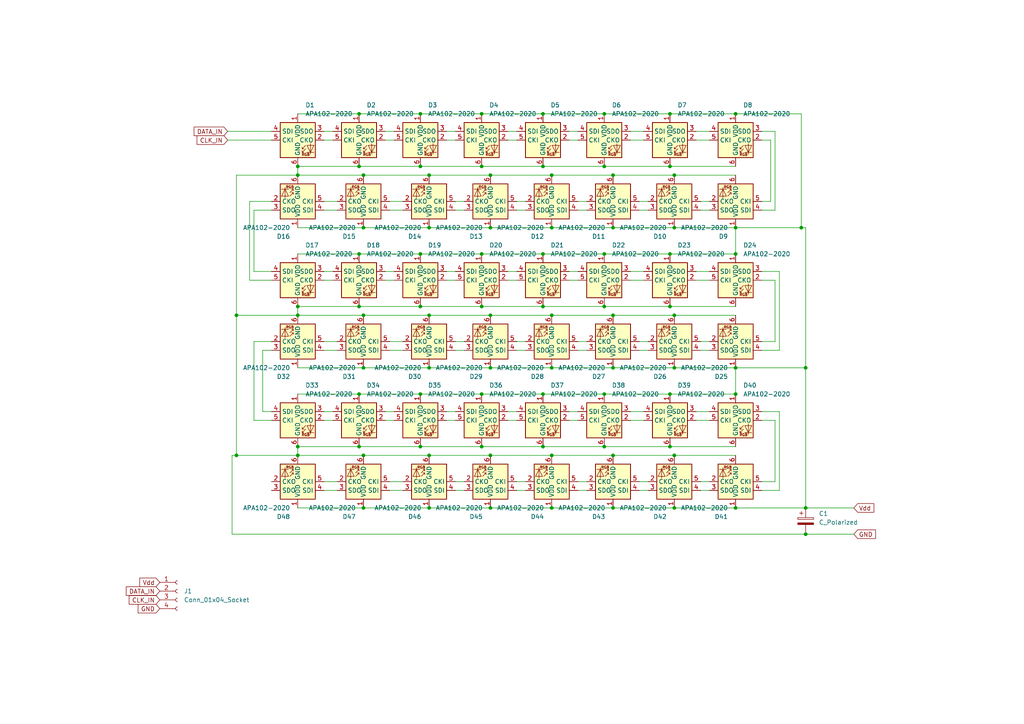
<source format=kicad_sch>
(kicad_sch (version 20230121) (generator eeschema)
  (paper "A4")
  (lib_symbols
    (symbol "Connector:Conn_01x04_Socket" (pin_names (offset 1.016) hide)
      (property "Reference" "J" (at 0 5.08 0))
      (property "Value" "Conn_01x04_Socket" (at 0 -7.62 0))
      (symbol "Conn_01x04_Socket_1_1"
        (arc (start 0 -4.572) (mid -0.5058 -5.08) (end 0 -5.588) (stroke (width 0.1524)))
        (arc (start 0 -2.032) (mid -0.5058 -2.54) (end 0 -3.048) (stroke (width 0.1524)))
        (polyline (pts (xy -1.27 -5.08) (xy -0.508 -5.08)) (stroke (width 0.1524)))
        (polyline (pts (xy -1.27 -2.54) (xy -0.508 -2.54)) (stroke (width 0.1524)))
        (polyline (pts (xy -1.27 0) (xy -0.508 0)) (stroke (width 0.1524)))
        (polyline (pts (xy -1.27 2.54) (xy -0.508 2.54)) (stroke (width 0.1524)))
        (arc (start 0 0.508) (mid -0.5058 0) (end 0 -0.508) (stroke (width 0.1524)))
        (arc (start 0 3.048) (mid -0.5058 2.54) (end 0 2.032) (stroke (width 0.1524)))
        (pin passive line (at -5.08 2.54 0) (length 3.81) (name "Pin_1") (number "1"))
        (pin passive line (at -5.08 0 0) (length 3.81) (name "Pin_2") (number "2"))
        (pin passive line (at -5.08 -2.54 0) (length 3.81) (name "Pin_3") (number "3"))
        (pin passive line (at -5.08 -5.08 0) (length 3.81) (name "Pin_4") (number "4"))
      )
    )
    (symbol "Device:C_Polarized" (pin_numbers hide) (pin_names (offset 0.254))
      (property "Reference" "C" (at 0.635 2.54 0))
      (property "Value" "C_Polarized" (at 0.635 -2.54 0))
      (symbol "C_Polarized_0_1"
        (rectangle (start -2.286 0.508) (end 2.286 1.016))
        (polyline (pts (xy -1.778 2.286) (xy -0.762 2.286)))
        (polyline (pts (xy -1.27 2.794) (xy -1.27 1.778)))
        (rectangle (start 2.286 -0.508) (end -2.286 -1.016) (fill (type outline)))
      )
      (symbol "C_Polarized_1_1"
        (pin passive line (at 0 3.81 270) (length 2.794) (name "~") (number "1"))
        (pin passive line (at 0 -3.81 90) (length 2.794) (name "~") (number "2"))
      )
    )
    (symbol "LED:APA102-2020"
      (property "Reference" "D" (at 5.08 5.715 0))
      (property "Value" "APA102-2020" (at 1.27 -5.715 0))
      (symbol "APA102-2020_0_0"
        (text "RGB" (at 2.286 -4.191 0) (effects (font (size 0.762 0.762))))
      )
      (symbol "APA102-2020_0_1"
        (polyline (pts (xy 1.27 -3.556) (xy 1.778 -3.556)))
        (polyline (pts (xy 1.27 -2.54) (xy 1.778 -2.54)))
        (polyline (pts (xy 4.699 -3.556) (xy 2.667 -3.556)))
        (polyline (pts (xy 2.286 -2.54) (xy 1.27 -3.556) (xy 1.27 -3.048)))
        (polyline (pts (xy 2.286 -1.524) (xy 1.27 -2.54) (xy 1.27 -2.032)))
        (polyline (pts (xy 3.683 -1.016) (xy 3.683 -3.556) (xy 3.683 -4.064)))
        (polyline (pts (xy 4.699 -1.524) (xy 2.667 -1.524) (xy 3.683 -3.556) (xy 4.699 -1.524)))
        (rectangle (start 5.08 5.08) (end -5.08 -5.08) (stroke (width 0.254)) (fill (type background)))
      )
      (symbol "APA102-2020_1_1"
        (pin power_in line (at 0 7.62 270) (length 2.54) (name "VDD") (number "1"))
        (pin output line (at 7.62 0 180) (length 2.54) (name "CKO") (number "2"))
        (pin output line (at 7.62 2.54 180) (length 2.54) (name "SDO") (number "3"))
        (pin input line (at -7.62 2.54 0) (length 2.54) (name "SDI") (number "4"))
        (pin input line (at -7.62 0 0) (length 2.54) (name "CKI") (number "5"))
        (pin power_in line (at 0 -7.62 90) (length 2.54) (name "GND") (number "6"))
      )
    )
  )
  (junction (at 142.24 50.8))
  (junction (at 104.14 33.02))
  (junction (at 195.58 106.68))
  (junction (at 177.8 91.44))
  (junction (at 157.48 48.26))
  (junction (at 105.41 91.44))
  (junction (at 86.36 132.08))
  (junction (at 86.36 48.26))
  (junction (at 142.24 106.68))
  (junction (at 104.14 129.54))
  (junction (at 175.26 33.02))
  (junction (at 121.92 129.54))
  (junction (at 175.26 129.54))
  (junction (at 139.7 114.3))
  (junction (at 124.46 91.44))
  (junction (at 213.36 106.68))
  (junction (at 177.8 66.04))
  (junction (at 121.92 88.9))
  (junction (at 157.48 33.02))
  (junction (at 177.8 132.08))
  (junction (at 194.31 129.54))
  (junction (at 105.41 106.68))
  (junction (at 233.68 154.94))
  (junction (at 139.7 33.02))
  (junction (at 142.24 66.04))
  (junction (at 142.24 132.08))
  (junction (at 213.36 114.3))
  (junction (at 233.68 106.68))
  (junction (at 175.26 114.3))
  (junction (at 124.46 66.04))
  (junction (at 86.36 129.54))
  (junction (at 86.36 88.9))
  (junction (at 160.02 106.68))
  (junction (at 157.48 73.66))
  (junction (at 213.36 73.66))
  (junction (at 160.02 50.8))
  (junction (at 105.41 147.32))
  (junction (at 177.8 106.68))
  (junction (at 104.14 88.9))
  (junction (at 195.58 132.08))
  (junction (at 160.02 147.32))
  (junction (at 195.58 147.32))
  (junction (at 124.46 50.8))
  (junction (at 104.14 114.3))
  (junction (at 175.26 88.9))
  (junction (at 104.14 73.66))
  (junction (at 157.48 88.9))
  (junction (at 194.31 88.9))
  (junction (at 142.24 147.32))
  (junction (at 121.92 48.26))
  (junction (at 68.58 91.44))
  (junction (at 105.41 50.8))
  (junction (at 160.02 91.44))
  (junction (at 121.92 73.66))
  (junction (at 121.92 114.3))
  (junction (at 194.31 33.02))
  (junction (at 194.31 114.3))
  (junction (at 86.36 91.44))
  (junction (at 139.7 73.66))
  (junction (at 157.48 129.54))
  (junction (at 68.58 132.08))
  (junction (at 160.02 132.08))
  (junction (at 139.7 129.54))
  (junction (at 213.36 66.04))
  (junction (at 124.46 132.08))
  (junction (at 124.46 147.32))
  (junction (at 86.36 50.8))
  (junction (at 232.41 66.04))
  (junction (at 177.8 50.8))
  (junction (at 160.02 66.04))
  (junction (at 121.92 33.02))
  (junction (at 142.24 91.44))
  (junction (at 195.58 50.8))
  (junction (at 194.31 48.26))
  (junction (at 177.8 147.32))
  (junction (at 104.14 48.26))
  (junction (at 195.58 91.44))
  (junction (at 124.46 106.68))
  (junction (at 233.68 147.32))
  (junction (at 175.26 73.66))
  (junction (at 105.41 132.08))
  (junction (at 139.7 88.9))
  (junction (at 105.41 66.04))
  (junction (at 175.26 48.26))
  (junction (at 195.58 66.04))
  (junction (at 139.7 48.26))
  (junction (at 157.48 114.3))
  (junction (at 194.31 73.66))
  (junction (at 213.36 147.32))
  (junction (at 213.36 33.02))
  (wire (pts (xy 157.48 88.9) (xy 175.26 88.9)))
  (wire (pts (xy 175.26 114.3) (xy 157.48 114.3)))
  (wire (pts (xy 113.03 101.6) (xy 116.84 101.6)))
  (wire (pts (xy 124.46 132.08) (xy 142.24 132.08)))
  (wire (pts (xy 121.92 48.26) (xy 139.7 48.26)))
  (wire (pts (xy 129.54 78.74) (xy 132.08 78.74)))
  (wire (pts (xy 194.31 33.02) (xy 213.36 33.02)))
  (wire (pts (xy 167.64 139.7) (xy 170.18 139.7)))
  (wire (pts (xy 147.32 78.74) (xy 149.86 78.74)))
  (wire (pts (xy 93.98 119.38) (xy 96.52 119.38)))
  (wire (pts (xy 132.08 58.42) (xy 134.62 58.42)))
  (wire (pts (xy 224.79 38.1) (xy 224.79 60.96)))
  (wire (pts (xy 93.98 142.24) (xy 97.79 142.24)))
  (wire (pts (xy 194.31 73.66) (xy 213.36 73.66)))
  (wire (pts (xy 147.32 38.1) (xy 149.86 38.1)))
  (wire (pts (xy 111.76 38.1) (xy 114.3 38.1)))
  (wire (pts (xy 78.74 58.42) (xy 72.39 58.42)))
  (wire (pts (xy 142.24 106.68) (xy 160.02 106.68)))
  (wire (pts (xy 86.36 88.9) (xy 86.36 91.44)))
  (wire (pts (xy 220.98 81.28) (xy 224.79 81.28)))
  (wire (pts (xy 139.7 129.54) (xy 157.48 129.54)))
  (wire (pts (xy 93.98 58.42) (xy 97.79 58.42)))
  (wire (pts (xy 201.93 81.28) (xy 205.74 81.28)))
  (wire (pts (xy 67.31 132.08) (xy 68.58 132.08)))
  (wire (pts (xy 175.26 129.54) (xy 194.31 129.54)))
  (wire (pts (xy 105.41 132.08) (xy 124.46 132.08)))
  (wire (pts (xy 226.06 119.38) (xy 226.06 142.24)))
  (wire (pts (xy 201.93 40.64) (xy 205.74 40.64)))
  (wire (pts (xy 132.08 142.24) (xy 134.62 142.24)))
  (wire (pts (xy 129.54 40.64) (xy 132.08 40.64)))
  (wire (pts (xy 86.36 50.8) (xy 105.41 50.8)))
  (wire (pts (xy 129.54 38.1) (xy 132.08 38.1)))
  (wire (pts (xy 73.66 99.06) (xy 73.66 121.92)))
  (wire (pts (xy 93.98 101.6) (xy 97.79 101.6)))
  (wire (pts (xy 165.1 40.64) (xy 167.64 40.64)))
  (wire (pts (xy 220.98 78.74) (xy 226.06 78.74)))
  (wire (pts (xy 185.42 139.7) (xy 187.96 139.7)))
  (wire (pts (xy 157.48 114.3) (xy 139.7 114.3)))
  (wire (pts (xy 78.74 78.74) (xy 73.66 78.74)))
  (wire (pts (xy 104.14 114.3) (xy 86.36 114.3)))
  (wire (pts (xy 149.86 142.24) (xy 152.4 142.24)))
  (wire (pts (xy 142.24 147.32) (xy 160.02 147.32)))
  (wire (pts (xy 213.36 66.04) (xy 213.36 73.66)))
  (wire (pts (xy 104.14 129.54) (xy 121.92 129.54)))
  (wire (pts (xy 175.26 48.26) (xy 194.31 48.26)))
  (wire (pts (xy 132.08 60.96) (xy 134.62 60.96)))
  (wire (pts (xy 195.58 66.04) (xy 213.36 66.04)))
  (wire (pts (xy 93.98 38.1) (xy 96.52 38.1)))
  (wire (pts (xy 139.7 33.02) (xy 157.48 33.02)))
  (wire (pts (xy 86.36 33.02) (xy 104.14 33.02)))
  (wire (pts (xy 139.7 114.3) (xy 121.92 114.3)))
  (wire (pts (xy 182.88 81.28) (xy 186.69 81.28)))
  (wire (pts (xy 223.52 40.64) (xy 223.52 58.42)))
  (wire (pts (xy 233.68 147.32) (xy 247.65 147.32)))
  (wire (pts (xy 129.54 119.38) (xy 132.08 119.38)))
  (wire (pts (xy 157.48 33.02) (xy 175.26 33.02)))
  (wire (pts (xy 220.98 119.38) (xy 226.06 119.38)))
  (wire (pts (xy 201.93 38.1) (xy 205.74 38.1)))
  (wire (pts (xy 220.98 121.92) (xy 224.79 121.92)))
  (wire (pts (xy 226.06 78.74) (xy 226.06 101.6)))
  (wire (pts (xy 149.86 58.42) (xy 152.4 58.42)))
  (wire (pts (xy 149.86 60.96) (xy 152.4 60.96)))
  (wire (pts (xy 113.03 99.06) (xy 116.84 99.06)))
  (wire (pts (xy 86.36 129.54) (xy 104.14 129.54)))
  (wire (pts (xy 121.92 33.02) (xy 139.7 33.02)))
  (wire (pts (xy 111.76 40.64) (xy 114.3 40.64)))
  (wire (pts (xy 233.68 154.94) (xy 247.65 154.94)))
  (wire (pts (xy 139.7 88.9) (xy 157.48 88.9)))
  (wire (pts (xy 142.24 132.08) (xy 160.02 132.08)))
  (wire (pts (xy 177.8 66.04) (xy 195.58 66.04)))
  (wire (pts (xy 73.66 60.96) (xy 78.74 60.96)))
  (wire (pts (xy 175.26 88.9) (xy 194.31 88.9)))
  (wire (pts (xy 177.8 106.68) (xy 195.58 106.68)))
  (wire (pts (xy 233.68 147.32) (xy 233.68 106.68)))
  (wire (pts (xy 182.88 78.74) (xy 186.69 78.74)))
  (wire (pts (xy 142.24 50.8) (xy 160.02 50.8)))
  (wire (pts (xy 147.32 40.64) (xy 149.86 40.64)))
  (wire (pts (xy 160.02 132.08) (xy 177.8 132.08)))
  (wire (pts (xy 111.76 81.28) (xy 114.3 81.28)))
  (wire (pts (xy 139.7 48.26) (xy 157.48 48.26)))
  (wire (pts (xy 160.02 50.8) (xy 177.8 50.8)))
  (wire (pts (xy 124.46 50.8) (xy 142.24 50.8)))
  (wire (pts (xy 165.1 121.92) (xy 167.64 121.92)))
  (wire (pts (xy 68.58 91.44) (xy 68.58 132.08)))
  (wire (pts (xy 67.31 154.94) (xy 67.31 132.08)))
  (wire (pts (xy 203.2 60.96) (xy 205.74 60.96)))
  (wire (pts (xy 93.98 40.64) (xy 96.52 40.64)))
  (wire (pts (xy 194.31 114.3) (xy 175.26 114.3)))
  (wire (pts (xy 72.39 58.42) (xy 72.39 81.28)))
  (wire (pts (xy 86.36 66.04) (xy 105.41 66.04)))
  (wire (pts (xy 220.98 40.64) (xy 223.52 40.64)))
  (wire (pts (xy 182.88 121.92) (xy 186.69 121.92)))
  (wire (pts (xy 185.42 60.96) (xy 187.96 60.96)))
  (wire (pts (xy 226.06 142.24) (xy 220.98 142.24)))
  (wire (pts (xy 142.24 66.04) (xy 160.02 66.04)))
  (wire (pts (xy 86.36 50.8) (xy 68.58 50.8)))
  (wire (pts (xy 93.98 99.06) (xy 97.79 99.06)))
  (wire (pts (xy 201.93 119.38) (xy 205.74 119.38)))
  (wire (pts (xy 195.58 147.32) (xy 213.36 147.32)))
  (wire (pts (xy 105.41 66.04) (xy 124.46 66.04)))
  (wire (pts (xy 86.36 48.26) (xy 104.14 48.26)))
  (wire (pts (xy 121.92 114.3) (xy 104.14 114.3)))
  (wire (pts (xy 177.8 91.44) (xy 195.58 91.44)))
  (wire (pts (xy 105.41 106.68) (xy 124.46 106.68)))
  (wire (pts (xy 86.36 88.9) (xy 104.14 88.9)))
  (wire (pts (xy 185.42 99.06) (xy 187.96 99.06)))
  (wire (pts (xy 223.52 58.42) (xy 220.98 58.42)))
  (wire (pts (xy 213.36 114.3) (xy 194.31 114.3)))
  (wire (pts (xy 78.74 99.06) (xy 73.66 99.06)))
  (wire (pts (xy 194.31 48.26) (xy 213.36 48.26)))
  (wire (pts (xy 86.36 129.54) (xy 86.36 132.08)))
  (wire (pts (xy 93.98 121.92) (xy 96.52 121.92)))
  (wire (pts (xy 104.14 73.66) (xy 121.92 73.66)))
  (wire (pts (xy 124.46 106.68) (xy 142.24 106.68)))
  (wire (pts (xy 86.36 132.08) (xy 105.41 132.08)))
  (wire (pts (xy 213.36 147.32) (xy 233.68 147.32)))
  (wire (pts (xy 86.36 91.44) (xy 105.41 91.44)))
  (wire (pts (xy 68.58 132.08) (xy 86.36 132.08)))
  (wire (pts (xy 224.79 81.28) (xy 224.79 99.06)))
  (wire (pts (xy 195.58 50.8) (xy 213.36 50.8)))
  (wire (pts (xy 224.79 121.92) (xy 224.79 139.7)))
  (wire (pts (xy 147.32 121.92) (xy 149.86 121.92)))
  (wire (pts (xy 165.1 81.28) (xy 167.64 81.28)))
  (wire (pts (xy 182.88 119.38) (xy 186.69 119.38)))
  (wire (pts (xy 226.06 101.6) (xy 220.98 101.6)))
  (wire (pts (xy 233.68 66.04) (xy 232.41 66.04)))
  (wire (pts (xy 177.8 50.8) (xy 195.58 50.8)))
  (wire (pts (xy 182.88 38.1) (xy 186.69 38.1)))
  (wire (pts (xy 167.64 142.24) (xy 170.18 142.24)))
  (wire (pts (xy 72.39 81.28) (xy 78.74 81.28)))
  (wire (pts (xy 224.79 139.7) (xy 220.98 139.7)))
  (wire (pts (xy 66.04 38.1) (xy 78.74 38.1)))
  (wire (pts (xy 111.76 78.74) (xy 114.3 78.74)))
  (wire (pts (xy 220.98 38.1) (xy 224.79 38.1)))
  (wire (pts (xy 203.2 101.6) (xy 205.74 101.6)))
  (wire (pts (xy 203.2 58.42) (xy 205.74 58.42)))
  (wire (pts (xy 86.36 48.26) (xy 86.36 50.8)))
  (wire (pts (xy 194.31 88.9) (xy 213.36 88.9)))
  (wire (pts (xy 203.2 99.06) (xy 205.74 99.06)))
  (wire (pts (xy 124.46 91.44) (xy 142.24 91.44)))
  (wire (pts (xy 73.66 121.92) (xy 78.74 121.92)))
  (wire (pts (xy 149.86 139.7) (xy 152.4 139.7)))
  (wire (pts (xy 86.36 147.32) (xy 105.41 147.32)))
  (wire (pts (xy 76.2 101.6) (xy 76.2 119.38)))
  (wire (pts (xy 177.8 132.08) (xy 195.58 132.08)))
  (wire (pts (xy 201.93 121.92) (xy 205.74 121.92)))
  (wire (pts (xy 111.76 119.38) (xy 114.3 119.38)))
  (wire (pts (xy 104.14 88.9) (xy 121.92 88.9)))
  (wire (pts (xy 104.14 33.02) (xy 121.92 33.02)))
  (wire (pts (xy 93.98 139.7) (xy 97.79 139.7)))
  (wire (pts (xy 185.42 58.42) (xy 187.96 58.42)))
  (wire (pts (xy 233.68 106.68) (xy 233.68 66.04)))
  (wire (pts (xy 129.54 121.92) (xy 132.08 121.92)))
  (wire (pts (xy 167.64 60.96) (xy 170.18 60.96)))
  (wire (pts (xy 139.7 73.66) (xy 157.48 73.66)))
  (wire (pts (xy 105.41 147.32) (xy 124.46 147.32)))
  (wire (pts (xy 182.88 40.64) (xy 186.69 40.64)))
  (wire (pts (xy 86.36 106.68) (xy 105.41 106.68)))
  (wire (pts (xy 124.46 147.32) (xy 142.24 147.32)))
  (wire (pts (xy 129.54 81.28) (xy 132.08 81.28)))
  (wire (pts (xy 213.36 33.02) (xy 232.41 33.02)))
  (wire (pts (xy 113.03 58.42) (xy 116.84 58.42)))
  (wire (pts (xy 160.02 91.44) (xy 177.8 91.44)))
  (wire (pts (xy 93.98 60.96) (xy 97.79 60.96)))
  (wire (pts (xy 195.58 91.44) (xy 213.36 91.44)))
  (wire (pts (xy 124.46 66.04) (xy 142.24 66.04)))
  (wire (pts (xy 194.31 129.54) (xy 213.36 129.54)))
  (wire (pts (xy 93.98 81.28) (xy 96.52 81.28)))
  (wire (pts (xy 167.64 101.6) (xy 170.18 101.6)))
  (wire (pts (xy 142.24 91.44) (xy 160.02 91.44)))
  (wire (pts (xy 104.14 48.26) (xy 121.92 48.26)))
  (wire (pts (xy 157.48 73.66) (xy 175.26 73.66)))
  (wire (pts (xy 147.32 81.28) (xy 149.86 81.28)))
  (wire (pts (xy 195.58 106.68) (xy 213.36 106.68)))
  (wire (pts (xy 165.1 119.38) (xy 167.64 119.38)))
  (wire (pts (xy 177.8 147.32) (xy 195.58 147.32)))
  (wire (pts (xy 185.42 142.24) (xy 187.96 142.24)))
  (wire (pts (xy 76.2 119.38) (xy 78.74 119.38)))
  (wire (pts (xy 86.36 73.66) (xy 104.14 73.66)))
  (wire (pts (xy 201.93 78.74) (xy 205.74 78.74)))
  (wire (pts (xy 160.02 147.32) (xy 177.8 147.32)))
  (wire (pts (xy 203.2 139.7) (xy 205.74 139.7)))
  (wire (pts (xy 213.36 106.68) (xy 233.68 106.68)))
  (wire (pts (xy 147.32 119.38) (xy 149.86 119.38)))
  (wire (pts (xy 66.04 40.64) (xy 78.74 40.64)))
  (wire (pts (xy 132.08 99.06) (xy 134.62 99.06)))
  (wire (pts (xy 185.42 101.6) (xy 187.96 101.6)))
  (wire (pts (xy 232.41 33.02) (xy 232.41 66.04)))
  (wire (pts (xy 113.03 142.24) (xy 116.84 142.24)))
  (wire (pts (xy 149.86 101.6) (xy 152.4 101.6)))
  (wire (pts (xy 132.08 101.6) (xy 134.62 101.6)))
  (wire (pts (xy 175.26 73.66) (xy 194.31 73.66)))
  (wire (pts (xy 165.1 38.1) (xy 167.64 38.1)))
  (wire (pts (xy 175.26 33.02) (xy 194.31 33.02)))
  (wire (pts (xy 68.58 91.44) (xy 86.36 91.44)))
  (wire (pts (xy 105.41 50.8) (xy 124.46 50.8)))
  (wire (pts (xy 68.58 50.8) (xy 68.58 91.44)))
  (wire (pts (xy 224.79 60.96) (xy 220.98 60.96)))
  (wire (pts (xy 111.76 121.92) (xy 114.3 121.92)))
  (wire (pts (xy 224.79 99.06) (xy 220.98 99.06)))
  (wire (pts (xy 195.58 132.08) (xy 213.36 132.08)))
  (wire (pts (xy 160.02 66.04) (xy 177.8 66.04)))
  (wire (pts (xy 105.41 91.44) (xy 124.46 91.44)))
  (wire (pts (xy 213.36 106.68) (xy 213.36 114.3)))
  (wire (pts (xy 113.03 139.7) (xy 116.84 139.7)))
  (wire (pts (xy 232.41 66.04) (xy 213.36 66.04)))
  (wire (pts (xy 157.48 129.54) (xy 175.26 129.54)))
  (wire (pts (xy 121.92 129.54) (xy 139.7 129.54)))
  (wire (pts (xy 167.64 99.06) (xy 170.18 99.06)))
  (wire (pts (xy 149.86 99.06) (xy 152.4 99.06)))
  (wire (pts (xy 73.66 78.74) (xy 73.66 60.96)))
  (wire (pts (xy 157.48 48.26) (xy 175.26 48.26)))
  (wire (pts (xy 121.92 88.9) (xy 139.7 88.9)))
  (wire (pts (xy 67.31 154.94) (xy 233.68 154.94)))
  (wire (pts (xy 121.92 73.66) (xy 139.7 73.66)))
  (wire (pts (xy 78.74 101.6) (xy 76.2 101.6)))
  (wire (pts (xy 165.1 78.74) (xy 167.64 78.74)))
  (wire (pts (xy 113.03 60.96) (xy 116.84 60.96)))
  (wire (pts (xy 93.98 78.74) (xy 96.52 78.74)))
  (wire (pts (xy 132.08 139.7) (xy 134.62 139.7)))
  (wire (pts (xy 160.02 106.68) (xy 177.8 106.68)))
  (wire (pts (xy 167.64 58.42) (xy 170.18 58.42)))
  (wire (pts (xy 203.2 142.24) (xy 205.74 142.24)))
  (global_label "GND" (shape input) (at 46.355 176.53 180) (property "Intersheetrefs" "${INTERSHEET_REFS}" (effects hide)))
  (global_label "Vdd" (shape input) (at 46.355 168.91 180) (property "Intersheetrefs" "${INTERSHEET_REFS}" (effects hide)))
  (global_label "CLK_IN" (shape input) (at 46.355 173.99 180) (property "Intersheetrefs" "${INTERSHEET_REFS}" (effects hide)))
  (global_label "DATA_IN" (shape input) (at 66.04 38.1 180) (property "Intersheetrefs" "${INTERSHEET_REFS}" (effects hide)))
  (global_label "CLK_IN" (shape input) (at 66.04 40.64 180) (property "Intersheetrefs" "${INTERSHEET_REFS}" (effects hide)))
  (global_label "DATA_IN" (shape input) (at 46.355 171.45 180) (property "Intersheetrefs" "${INTERSHEET_REFS}" (effects hide)))
  (global_label "Vdd" (shape input) (at 247.65 147.32 0) (property "Intersheetrefs" "${INTERSHEET_REFS}" (effects hide)))
  (global_label "GND" (shape input) (at 247.65 154.94 0) (property "Intersheetrefs" "${INTERSHEET_REFS}" (effects hide)))
  (symbol (lib_id "LED:APA102-2020") (at 139.7 121.92 0) (unit 1)
    (property "Reference" "D36" (at 141.8941 111.76 0) (effects (justify left)))
    (property "Value" "APA102-2020" (at 141.8941 114.3 0) (effects (justify left)))
    (property "Footprint" "LED_SMD:LED-APA102-2020" (effects hide))
    (property "Datasheet" "http://www.led-color.com/upload/201604/APA102-2020%20SMD%20LED.pdf" (effects hide))
  )
  (symbol (lib_id "LED:APA102-2020") (at 124.46 58.42 180) (unit 1)
    (property "Reference" "D14" (at 122.2659 68.58 0) (effects (justify left)))
    (property "Value" "APA102-2020" (at 122.2659 66.04 0) (effects (justify left)))
    (property "Footprint" "LED_SMD:LED-APA102-2020" (effects hide))
    (property "Datasheet" "http://www.led-color.com/upload/201604/APA102-2020%20SMD%20LED.pdf" (effects hide))
  )
  (symbol (lib_id "LED:APA102-2020") (at 86.36 99.06 180) (unit 1)
    (property "Reference" "D32" (at 84.1659 109.22 0) (effects (justify left)))
    (property "Value" "APA102-2020" (at 84.1659 106.68 0) (effects (justify left)))
    (property "Footprint" "LED_SMD:LED-APA102-2020" (effects hide))
    (property "Datasheet" "http://www.led-color.com/upload/201604/APA102-2020%20SMD%20LED.pdf" (effects hide))
  )
  (symbol (lib_id "LED:APA102-2020") (at 213.36 58.42 180) (unit 1)
    (property "Reference" "D9" (at 211.1659 68.58 0) (effects (justify left)))
    (property "Value" "APA102-2020" (at 211.1659 66.04 0) (effects (justify left)))
    (property "Footprint" "LED_SMD:LED-APA102-2020" (effects hide))
    (property "Datasheet" "http://www.led-color.com/upload/201604/APA102-2020%20SMD%20LED.pdf" (effects hide))
  )
  (symbol (lib_id "LED:APA102-2020") (at 121.92 121.92 0) (unit 1)
    (property "Reference" "D35" (at 124.1141 111.76 0) (effects (justify left)))
    (property "Value" "APA102-2020" (at 124.1141 114.3 0) (effects (justify left)))
    (property "Footprint" "LED_SMD:LED-APA102-2020" (effects hide))
    (property "Datasheet" "http://www.led-color.com/upload/201604/APA102-2020%20SMD%20LED.pdf" (effects hide))
  )
  (symbol (lib_id "LED:APA102-2020") (at 175.26 40.64 0) (unit 1)
    (property "Reference" "D6" (at 177.4541 30.48 0) (effects (justify left)))
    (property "Value" "APA102-2020" (at 177.4541 33.02 0) (effects (justify left)))
    (property "Footprint" "LED_SMD:LED-APA102-2020" (effects hide))
    (property "Datasheet" "http://www.led-color.com/upload/201604/APA102-2020%20SMD%20LED.pdf" (effects hide))
  )
  (symbol (lib_id "LED:APA102-2020") (at 121.92 81.28 0) (unit 1)
    (property "Reference" "D19" (at 124.1141 71.12 0) (effects (justify left)))
    (property "Value" "APA102-2020" (at 124.1141 73.66 0) (effects (justify left)))
    (property "Footprint" "LED_SMD:LED-APA102-2020" (effects hide))
    (property "Datasheet" "http://www.led-color.com/upload/201604/APA102-2020%20SMD%20LED.pdf" (effects hide))
  )
  (symbol (lib_id "LED:APA102-2020") (at 124.46 139.7 180) (unit 1)
    (property "Reference" "D46" (at 122.2659 149.86 0) (effects (justify left)))
    (property "Value" "APA102-2020" (at 122.2659 147.32 0) (effects (justify left)))
    (property "Footprint" "LED_SMD:LED-APA102-2020" (effects hide))
    (property "Datasheet" "http://www.led-color.com/upload/201604/APA102-2020%20SMD%20LED.pdf" (effects hide))
  )
  (symbol (lib_id "LED:APA102-2020") (at 213.36 81.28 0) (unit 1)
    (property "Reference" "D24" (at 215.5541 71.12 0) (effects (justify left)))
    (property "Value" "APA102-2020" (at 215.5541 73.66 0) (effects (justify left)))
    (property "Footprint" "LED_SMD:LED-APA102-2020" (effects hide))
    (property "Datasheet" "http://www.led-color.com/upload/201604/APA102-2020%20SMD%20LED.pdf" (effects hide))
  )
  (symbol (lib_id "LED:APA102-2020") (at 213.36 139.7 180) (unit 1)
    (property "Reference" "D41" (at 211.1659 149.86 0) (effects (justify left)))
    (property "Value" "APA102-2020" (at 211.1659 147.32 0) (effects (justify left)))
    (property "Footprint" "LED_SMD:LED-APA102-2020" (effects hide))
    (property "Datasheet" "http://www.led-color.com/upload/201604/APA102-2020%20SMD%20LED.pdf" (effects hide))
  )
  (symbol (lib_id "LED:APA102-2020") (at 157.48 121.92 0) (unit 1)
    (property "Reference" "D37" (at 159.6741 111.76 0) (effects (justify left)))
    (property "Value" "APA102-2020" (at 159.6741 114.3 0) (effects (justify left)))
    (property "Footprint" "LED_SMD:LED-APA102-2020" (effects hide))
    (property "Datasheet" "http://www.led-color.com/upload/201604/APA102-2020%20SMD%20LED.pdf" (effects hide))
  )
  (symbol (lib_id "LED:APA102-2020") (at 86.36 121.92 0) (unit 1)
    (property "Reference" "D33" (at 88.5541 111.76 0) (effects (justify left)))
    (property "Value" "APA102-2020" (at 88.5541 114.3 0) (effects (justify left)))
    (property "Footprint" "LED_SMD:LED-APA102-2020" (effects hide))
    (property "Datasheet" "http://www.led-color.com/upload/201604/APA102-2020%20SMD%20LED.pdf" (effects hide))
  )
  (symbol (lib_id "LED:APA102-2020") (at 213.36 121.92 0) (unit 1)
    (property "Reference" "D40" (at 215.5541 111.76 0) (effects (justify left)))
    (property "Value" "APA102-2020" (at 215.5541 114.3 0) (effects (justify left)))
    (property "Footprint" "LED_SMD:LED-APA102-2020" (effects hide))
    (property "Datasheet" "http://www.led-color.com/upload/201604/APA102-2020%20SMD%20LED.pdf" (effects hide))
  )
  (symbol (lib_id "LED:APA102-2020") (at 195.58 139.7 180) (unit 1)
    (property "Reference" "D42" (at 193.3859 149.86 0) (effects (justify left)))
    (property "Value" "APA102-2020" (at 193.3859 147.32 0) (effects (justify left)))
    (property "Footprint" "LED_SMD:LED-APA102-2020" (effects hide))
    (property "Datasheet" "http://www.led-color.com/upload/201604/APA102-2020%20SMD%20LED.pdf" (effects hide))
  )
  (symbol (lib_id "LED:APA102-2020") (at 177.8 139.7 180) (unit 1)
    (property "Reference" "D43" (at 175.6059 149.86 0) (effects (justify left)))
    (property "Value" "APA102-2020" (at 175.6059 147.32 0) (effects (justify left)))
    (property "Footprint" "LED_SMD:LED-APA102-2020" (effects hide))
    (property "Datasheet" "http://www.led-color.com/upload/201604/APA102-2020%20SMD%20LED.pdf" (effects hide))
  )
  (symbol (lib_id "LED:APA102-2020") (at 194.31 40.64 0) (unit 1)
    (property "Reference" "D7" (at 196.5041 30.48 0) (effects (justify left)))
    (property "Value" "APA102-2020" (at 196.5041 33.02 0) (effects (justify left)))
    (property "Footprint" "LED_SMD:LED-APA102-2020" (effects hide))
    (property "Datasheet" "http://www.led-color.com/upload/201604/APA102-2020%20SMD%20LED.pdf" (effects hide))
  )
  (symbol (lib_id "LED:APA102-2020") (at 175.26 121.92 0) (unit 1)
    (property "Reference" "D38" (at 177.4541 111.76 0) (effects (justify left)))
    (property "Value" "APA102-2020" (at 177.4541 114.3 0) (effects (justify left)))
    (property "Footprint" "LED_SMD:LED-APA102-2020" (effects hide))
    (property "Datasheet" "http://www.led-color.com/upload/201604/APA102-2020%20SMD%20LED.pdf" (effects hide))
  )
  (symbol (lib_id "LED:APA102-2020") (at 194.31 81.28 0) (unit 1)
    (property "Reference" "D23" (at 196.5041 71.12 0) (effects (justify left)))
    (property "Value" "APA102-2020" (at 196.5041 73.66 0) (effects (justify left)))
    (property "Footprint" "LED_SMD:LED-APA102-2020" (effects hide))
    (property "Datasheet" "http://www.led-color.com/upload/201604/APA102-2020%20SMD%20LED.pdf" (effects hide))
  )
  (symbol (lib_id "LED:APA102-2020") (at 160.02 139.7 180) (unit 1)
    (property "Reference" "D44" (at 157.8259 149.86 0) (effects (justify left)))
    (property "Value" "APA102-2020" (at 157.8259 147.32 0) (effects (justify left)))
    (property "Footprint" "LED_SMD:LED-APA102-2020" (effects hide))
    (property "Datasheet" "http://www.led-color.com/upload/201604/APA102-2020%20SMD%20LED.pdf" (effects hide))
  )
  (symbol (lib_id "LED:APA102-2020") (at 142.24 99.06 180) (unit 1)
    (property "Reference" "D29" (at 140.0459 109.22 0) (effects (justify left)))
    (property "Value" "APA102-2020" (at 140.0459 106.68 0) (effects (justify left)))
    (property "Footprint" "LED_SMD:LED-APA102-2020" (effects hide))
    (property "Datasheet" "http://www.led-color.com/upload/201604/APA102-2020%20SMD%20LED.pdf" (effects hide))
  )
  (symbol (lib_id "LED:APA102-2020") (at 86.36 58.42 180) (unit 1)
    (property "Reference" "D16" (at 84.1659 68.58 0) (effects (justify left)))
    (property "Value" "APA102-2020" (at 84.1659 66.04 0) (effects (justify left)))
    (property "Footprint" "LED_SMD:LED-APA102-2020" (effects hide))
    (property "Datasheet" "http://www.led-color.com/upload/201604/APA102-2020%20SMD%20LED.pdf" (effects hide))
  )
  (symbol (lib_id "LED:APA102-2020") (at 86.36 40.64 0) (unit 1)
    (property "Reference" "D1" (at 88.5541 30.48 0) (effects (justify left)))
    (property "Value" "APA102-2020" (at 88.5541 33.02 0) (effects (justify left)))
    (property "Footprint" "LED_SMD:LED-APA102-2020" (effects hide))
    (property "Datasheet" "http://www.led-color.com/upload/201604/APA102-2020%20SMD%20LED.pdf" (effects hide))
  )
  (symbol (lib_id "LED:APA102-2020") (at 104.14 40.64 0) (unit 1)
    (property "Reference" "D2" (at 106.3341 30.48 0) (effects (justify left)))
    (property "Value" "APA102-2020" (at 106.3341 33.02 0) (effects (justify left)))
    (property "Footprint" "LED_SMD:LED-APA102-2020" (effects hide))
    (property "Datasheet" "http://www.led-color.com/upload/201604/APA102-2020%20SMD%20LED.pdf" (effects hide))
  )
  (symbol (lib_id "LED:APA102-2020") (at 194.31 121.92 0) (unit 1)
    (property "Reference" "D39" (at 196.5041 111.76 0) (effects (justify left)))
    (property "Value" "APA102-2020" (at 196.5041 114.3 0) (effects (justify left)))
    (property "Footprint" "LED_SMD:LED-APA102-2020" (effects hide))
    (property "Datasheet" "http://www.led-color.com/upload/201604/APA102-2020%20SMD%20LED.pdf" (effects hide))
  )
  (symbol (lib_id "LED:APA102-2020") (at 86.36 139.7 180) (unit 1)
    (property "Reference" "D48" (at 84.1659 149.86 0) (effects (justify left)))
    (property "Value" "APA102-2020" (at 84.1659 147.32 0) (effects (justify left)))
    (property "Footprint" "LED_SMD:LED-APA102-2020" (effects hide))
    (property "Datasheet" "http://www.led-color.com/upload/201604/APA102-2020%20SMD%20LED.pdf" (effects hide))
  )
  (symbol (lib_id "LED:APA102-2020") (at 157.48 81.28 0) (unit 1)
    (property "Reference" "D21" (at 159.6741 71.12 0) (effects (justify left)))
    (property "Value" "APA102-2020" (at 159.6741 73.66 0) (effects (justify left)))
    (property "Footprint" "LED_SMD:LED-APA102-2020" (effects hide))
    (property "Datasheet" "http://www.led-color.com/upload/201604/APA102-2020%20SMD%20LED.pdf" (effects hide))
  )
  (symbol (lib_id "LED:APA102-2020") (at 105.41 99.06 180) (unit 1)
    (property "Reference" "D31" (at 103.2159 109.22 0) (effects (justify left)))
    (property "Value" "APA102-2020" (at 103.2159 106.68 0) (effects (justify left)))
    (property "Footprint" "LED_SMD:LED-APA102-2020" (effects hide))
    (property "Datasheet" "http://www.led-color.com/upload/201604/APA102-2020%20SMD%20LED.pdf" (effects hide))
  )
  (symbol (lib_id "LED:APA102-2020") (at 104.14 121.92 0) (unit 1)
    (property "Reference" "D34" (at 106.3341 111.76 0) (effects (justify left)))
    (property "Value" "APA102-2020" (at 106.3341 114.3 0) (effects (justify left)))
    (property "Footprint" "LED_SMD:LED-APA102-2020" (effects hide))
    (property "Datasheet" "http://www.led-color.com/upload/201604/APA102-2020%20SMD%20LED.pdf" (effects hide))
  )
  (symbol (lib_id "LED:APA102-2020") (at 105.41 58.42 180) (unit 1)
    (property "Reference" "D15" (at 103.2159 68.58 0) (effects (justify left)))
    (property "Value" "APA102-2020" (at 103.2159 66.04 0) (effects (justify left)))
    (property "Footprint" "LED_SMD:LED-APA102-2020" (effects hide))
    (property "Datasheet" "http://www.led-color.com/upload/201604/APA102-2020%20SMD%20LED.pdf" (effects hide))
  )
  (symbol (lib_id "LED:APA102-2020") (at 213.36 99.06 180) (unit 1)
    (property "Reference" "D25" (at 211.1659 109.22 0) (effects (justify left)))
    (property "Value" "APA102-2020" (at 211.1659 106.68 0) (effects (justify left)))
    (property "Footprint" "LED_SMD:LED-APA102-2020" (effects hide))
    (property "Datasheet" "http://www.led-color.com/upload/201604/APA102-2020%20SMD%20LED.pdf" (effects hide))
  )
  (symbol (lib_id "LED:APA102-2020") (at 142.24 139.7 180) (unit 1)
    (property "Reference" "D45" (at 140.0459 149.86 0) (effects (justify left)))
    (property "Value" "APA102-2020" (at 140.0459 147.32 0) (effects (justify left)))
    (property "Footprint" "LED_SMD:LED-APA102-2020" (effects hide))
    (property "Datasheet" "http://www.led-color.com/upload/201604/APA102-2020%20SMD%20LED.pdf" (effects hide))
  )
  (symbol (lib_id "LED:APA102-2020") (at 195.58 99.06 180) (unit 1)
    (property "Reference" "D26" (at 193.3859 109.22 0) (effects (justify left)))
    (property "Value" "APA102-2020" (at 193.3859 106.68 0) (effects (justify left)))
    (property "Footprint" "LED_SMD:LED-APA102-2020" (effects hide))
    (property "Datasheet" "http://www.led-color.com/upload/201604/APA102-2020%20SMD%20LED.pdf" (effects hide))
  )
  (symbol (lib_id "LED:APA102-2020") (at 121.92 40.64 0) (unit 1)
    (property "Reference" "D3" (at 124.1141 30.48 0) (effects (justify left)))
    (property "Value" "APA102-2020" (at 124.1141 33.02 0) (effects (justify left)))
    (property "Footprint" "LED_SMD:LED-APA102-2020" (effects hide))
    (property "Datasheet" "http://www.led-color.com/upload/201604/APA102-2020%20SMD%20LED.pdf" (effects hide))
  )
  (symbol (lib_id "LED:APA102-2020") (at 177.8 58.42 180) (unit 1)
    (property "Reference" "D11" (at 175.6059 68.58 0) (effects (justify left)))
    (property "Value" "APA102-2020" (at 175.6059 66.04 0) (effects (justify left)))
    (property "Footprint" "LED_SMD:LED-APA102-2020" (effects hide))
    (property "Datasheet" "http://www.led-color.com/upload/201604/APA102-2020%20SMD%20LED.pdf" (effects hide))
  )
  (symbol (lib_id "Device:C_Polarized") (at 233.68 151.13 0) (unit 1)
    (property "Reference" "C1" (at 237.49 148.971 0) (effects (justify left)))
    (property "Value" "C_Polarized" (at 237.49 151.511 0) (effects (justify left)))
    (property "Footprint" "Capacitor_Tantalum_SMD:CP_EIA-7343-15_Kemet-W" (effects hide))
  )
  (symbol (lib_id "Connector:Conn_01x04_Socket") (at 51.435 171.45 0) (unit 1)
    (property "Reference" "J1" (at 53.34 171.45 0) (effects (justify left)))
    (property "Value" "Conn_01x04_Socket" (at 53.34 173.99 0) (effects (justify left)))
    (property "Footprint" "Connector_Pin:Pin_D0.7mm_L6.5mm_W1.8mm_FlatFork" (effects hide))
  )
  (symbol (lib_id "LED:APA102-2020") (at 157.48 40.64 0) (unit 1)
    (property "Reference" "D5" (at 159.6741 30.48 0) (effects (justify left)))
    (property "Value" "APA102-2020" (at 159.6741 33.02 0) (effects (justify left)))
    (property "Footprint" "LED_SMD:LED-APA102-2020" (effects hide))
    (property "Datasheet" "http://www.led-color.com/upload/201604/APA102-2020%20SMD%20LED.pdf" (effects hide))
  )
  (symbol (lib_id "LED:APA102-2020") (at 124.46 99.06 180) (unit 1)
    (property "Reference" "D30" (at 122.2659 109.22 0) (effects (justify left)))
    (property "Value" "APA102-2020" (at 122.2659 106.68 0) (effects (justify left)))
    (property "Footprint" "LED_SMD:LED-APA102-2020" (effects hide))
    (property "Datasheet" "http://www.led-color.com/upload/201604/APA102-2020%20SMD%20LED.pdf" (effects hide))
  )
  (symbol (lib_id "LED:APA102-2020") (at 139.7 40.64 0) (unit 1)
    (property "Reference" "D4" (at 141.8941 30.48 0) (effects (justify left)))
    (property "Value" "APA102-2020" (at 141.8941 33.02 0) (effects (justify left)))
    (property "Footprint" "LED_SMD:LED-APA102-2020" (effects hide))
    (property "Datasheet" "http://www.led-color.com/upload/201604/APA102-2020%20SMD%20LED.pdf" (effects hide))
  )
  (symbol (lib_id "LED:APA102-2020") (at 177.8 99.06 180) (unit 1)
    (property "Reference" "D27" (at 175.6059 109.22 0) (effects (justify left)))
    (property "Value" "APA102-2020" (at 175.6059 106.68 0) (effects (justify left)))
    (property "Footprint" "LED_SMD:LED-APA102-2020" (effects hide))
    (property "Datasheet" "http://www.led-color.com/upload/201604/APA102-2020%20SMD%20LED.pdf" (effects hide))
  )
  (symbol (lib_id "LED:APA102-2020") (at 160.02 58.42 180) (unit 1)
    (property "Reference" "D12" (at 157.8259 68.58 0) (effects (justify left)))
    (property "Value" "APA102-2020" (at 157.8259 66.04 0) (effects (justify left)))
    (property "Footprint" "LED_SMD:LED-APA102-2020" (effects hide))
    (property "Datasheet" "http://www.led-color.com/upload/201604/APA102-2020%20SMD%20LED.pdf" (effects hide))
  )
  (symbol (lib_id "LED:APA102-2020") (at 213.36 40.64 0) (unit 1)
    (property "Reference" "D8" (at 215.5541 30.48 0) (effects (justify left)))
    (property "Value" "APA102-2020" (at 215.5541 33.02 0) (effects (justify left)))
    (property "Footprint" "LED_SMD:LED-APA102-2020" (effects hide))
    (property "Datasheet" "http://www.led-color.com/upload/201604/APA102-2020%20SMD%20LED.pdf" (effects hide))
  )
  (symbol (lib_id "LED:APA102-2020") (at 104.14 81.28 0) (unit 1)
    (property "Reference" "D18" (at 106.3341 71.12 0) (effects (justify left)))
    (property "Value" "APA102-2020" (at 106.3341 73.66 0) (effects (justify left)))
    (property "Footprint" "LED_SMD:LED-APA102-2020" (effects hide))
    (property "Datasheet" "http://www.led-color.com/upload/201604/APA102-2020%20SMD%20LED.pdf" (effects hide))
  )
  (symbol (lib_id "LED:APA102-2020") (at 160.02 99.06 180) (unit 1)
    (property "Reference" "D28" (at 157.8259 109.22 0) (effects (justify left)))
    (property "Value" "APA102-2020" (at 157.8259 106.68 0) (effects (justify left)))
    (property "Footprint" "LED_SMD:LED-APA102-2020" (effects hide))
    (property "Datasheet" "http://www.led-color.com/upload/201604/APA102-2020%20SMD%20LED.pdf" (effects hide))
  )
  (symbol (lib_id "LED:APA102-2020") (at 139.7 81.28 0) (unit 1)
    (property "Reference" "D20" (at 141.8941 71.12 0) (effects (justify left)))
    (property "Value" "APA102-2020" (at 141.8941 73.66 0) (effects (justify left)))
    (property "Footprint" "LED_SMD:LED-APA102-2020" (effects hide))
    (property "Datasheet" "http://www.led-color.com/upload/201604/APA102-2020%20SMD%20LED.pdf" (effects hide))
  )
  (symbol (lib_id "LED:APA102-2020") (at 86.36 81.28 0) (unit 1)
    (property "Reference" "D17" (at 88.5541 71.12 0) (effects (justify left)))
    (property "Value" "APA102-2020" (at 88.5541 73.66 0) (effects (justify left)))
    (property "Footprint" "LED_SMD:LED-APA102-2020" (effects hide))
    (property "Datasheet" "http://www.led-color.com/upload/201604/APA102-2020%20SMD%20LED.pdf" (effects hide))
  )
  (symbol (lib_id "LED:APA102-2020") (at 105.41 139.7 180) (unit 1)
    (property "Reference" "D47" (at 103.2159 149.86 0) (effects (justify left)))
    (property "Value" "APA102-2020" (at 103.2159 147.32 0) (effects (justify left)))
    (property "Footprint" "LED_SMD:LED-APA102-2020" (effects hide))
    (property "Datasheet" "http://www.led-color.com/upload/201604/APA102-2020%20SMD%20LED.pdf" (effects hide))
  )
  (symbol (lib_id "LED:APA102-2020") (at 175.26 81.28 0) (unit 1)
    (property "Reference" "D22" (at 177.4541 71.12 0) (effects (justify left)))
    (property "Value" "APA102-2020" (at 177.4541 73.66 0) (effects (justify left)))
    (property "Footprint" "LED_SMD:LED-APA102-2020" (effects hide))
    (property "Datasheet" "http://www.led-color.com/upload/201604/APA102-2020%20SMD%20LED.pdf" (effects hide))
  )
  (symbol (lib_id "LED:APA102-2020") (at 142.24 58.42 180) (unit 1)
    (property "Reference" "D13" (at 140.0459 68.58 0) (effects (justify left)))
    (property "Value" "APA102-2020" (at 140.0459 66.04 0) (effects (justify left)))
    (property "Footprint" "LED_SMD:LED-APA102-2020" (effects hide))
    (property "Datasheet" "http://www.led-color.com/upload/201604/APA102-2020%20SMD%20LED.pdf" (effects hide))
  )
  (symbol (lib_id "LED:APA102-2020") (at 195.58 58.42 180) (unit 1)
    (property "Reference" "D10" (at 193.3859 68.58 0) (effects (justify left)))
    (property "Value" "APA102-2020" (at 193.3859 66.04 0) (effects (justify left)))
    (property "Footprint" "LED_SMD:LED-APA102-2020" (effects hide))
    (property "Datasheet" "http://www.led-color.com/upload/201604/APA102-2020%20SMD%20LED.pdf" (effects hide))
  )
)
</source>
